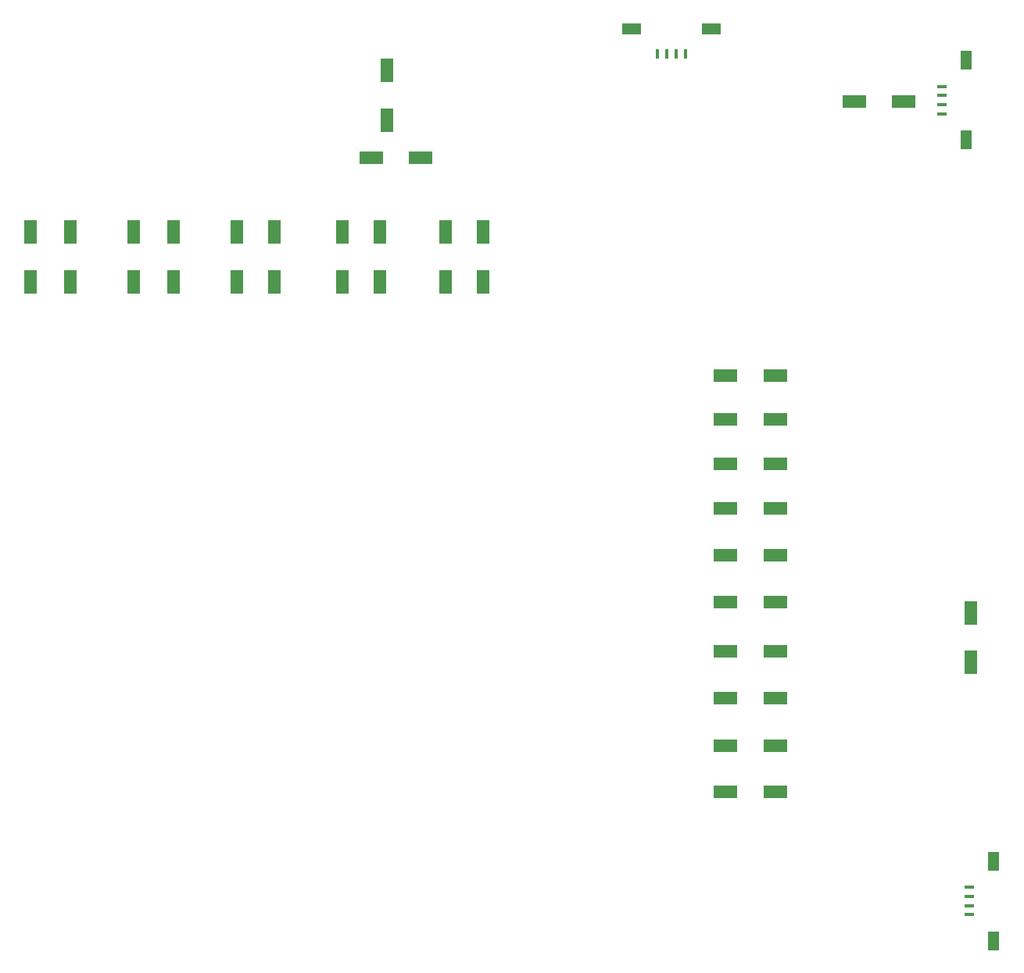
<source format=gbr>
%TF.GenerationSoftware,KiCad,Pcbnew,5.1.7-a382d34a8~88~ubuntu20.04.1*%
%TF.CreationDate,2021-03-09T09:32:07+01:00*%
%TF.ProjectId,narcise-redux,6e617263-6973-4652-9d72-656475782e6b,rev?*%
%TF.SameCoordinates,Original*%
%TF.FileFunction,Paste,Top*%
%TF.FilePolarity,Positive*%
%FSLAX46Y46*%
G04 Gerber Fmt 4.6, Leading zero omitted, Abs format (unit mm)*
G04 Created by KiCad (PCBNEW 5.1.7-a382d34a8~88~ubuntu20.04.1) date 2021-03-09 09:32:07*
%MOMM*%
%LPD*%
G01*
G04 APERTURE LIST*
%ADD10R,2.500000X1.400000*%
%ADD11R,1.400000X2.500000*%
%ADD12R,1.000000X0.400000*%
%ADD13R,1.300000X2.000000*%
%ADD14R,0.400000X1.000000*%
%ADD15R,2.000000X1.300000*%
G04 APERTURE END LIST*
D10*
%TO.C,X19*%
X123763000Y-313071000D03*
X129163000Y-313071000D03*
%TD*%
%TO.C,X38*%
X143100000Y-283306000D03*
X137700000Y-283306000D03*
%TD*%
D11*
%TO.C,X28*%
X150390000Y-338746000D03*
X150390000Y-344146000D03*
%TD*%
D10*
%TO.C,X26*%
X85385000Y-289424000D03*
X90785000Y-289424000D03*
%TD*%
D11*
%TO.C,X25*%
X87121000Y-285318000D03*
X87121000Y-279918000D03*
%TD*%
%TO.C,X20*%
X97559000Y-302869000D03*
X97559000Y-297469000D03*
%TD*%
%TO.C,X18*%
X86383000Y-302869000D03*
X86383000Y-297469000D03*
%TD*%
%TO.C,X17*%
X74953000Y-302869000D03*
X74953000Y-297469000D03*
%TD*%
%TO.C,X16*%
X64031000Y-302869000D03*
X64031000Y-297469000D03*
%TD*%
D10*
%TO.C,X15*%
X123763000Y-317770000D03*
X129163000Y-317770000D03*
%TD*%
%TO.C,X14*%
X123763000Y-322596000D03*
X129163000Y-322596000D03*
%TD*%
%TO.C,X13*%
X123763000Y-327422000D03*
X129163000Y-327422000D03*
%TD*%
D11*
%TO.C,X12*%
X52855000Y-302869000D03*
X52855000Y-297469000D03*
%TD*%
%TO.C,X11*%
X93495000Y-302869000D03*
X93495000Y-297469000D03*
%TD*%
%TO.C,X10*%
X82319000Y-302869000D03*
X82319000Y-297469000D03*
%TD*%
D10*
%TO.C,X9*%
X123763000Y-358156000D03*
X129163000Y-358156000D03*
%TD*%
%TO.C,X8*%
X123763000Y-332502000D03*
X129163000Y-332502000D03*
%TD*%
%TO.C,X7*%
X123763000Y-337582000D03*
X129163000Y-337582000D03*
%TD*%
D11*
%TO.C,X6*%
X48537000Y-302869000D03*
X48537000Y-297469000D03*
%TD*%
%TO.C,X5*%
X70889000Y-302869000D03*
X70889000Y-297469000D03*
%TD*%
%TO.C,X4*%
X59713000Y-302869000D03*
X59713000Y-297469000D03*
%TD*%
D10*
%TO.C,X3*%
X123763000Y-353203000D03*
X129163000Y-353203000D03*
%TD*%
%TO.C,X2*%
X123763000Y-342916000D03*
X129163000Y-342916000D03*
%TD*%
%TO.C,X1*%
X123763000Y-347996000D03*
X129163000Y-347996000D03*
%TD*%
D12*
%TO.C,U14*%
X147185000Y-281679000D03*
X147185000Y-282679000D03*
X147185000Y-283679000D03*
X147185000Y-284679000D03*
D13*
X149885000Y-278879000D03*
X149885000Y-287479000D03*
%TD*%
D12*
%TO.C,U3*%
X150143000Y-368499000D03*
X150143000Y-369499000D03*
X150143000Y-370499000D03*
X150143000Y-371499000D03*
D13*
X152843000Y-365699000D03*
X152843000Y-374299000D03*
%TD*%
D14*
%TO.C,U30*%
X116416000Y-278135000D03*
X117416000Y-278135000D03*
X118416000Y-278135000D03*
X119416000Y-278135000D03*
D15*
X113616000Y-275435000D03*
X122216000Y-275435000D03*
%TD*%
M02*

</source>
